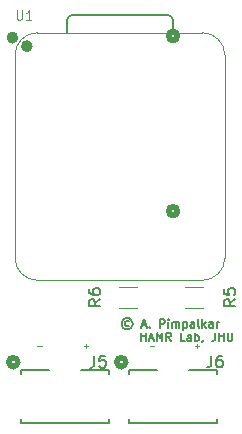
<source format=gbr>
%TF.GenerationSoftware,KiCad,Pcbnew,9.0.1*%
%TF.CreationDate,2025-06-09T01:02:34-04:00*%
%TF.ProjectId,Pneumatactors_1Xiao_PiezoPumps_2Valves,506e6575-6d61-4746-9163-746f72735f31,rev?*%
%TF.SameCoordinates,Original*%
%TF.FileFunction,Legend,Top*%
%TF.FilePolarity,Positive*%
%FSLAX46Y46*%
G04 Gerber Fmt 4.6, Leading zero omitted, Abs format (unit mm)*
G04 Created by KiCad (PCBNEW 9.0.1) date 2025-06-09 01:02:34*
%MOMM*%
%LPD*%
G01*
G04 APERTURE LIST*
%ADD10C,0.125000*%
%ADD11C,0.150000*%
%ADD12C,0.106680*%
%ADD13C,0.100000*%
%ADD14C,0.127000*%
%ADD15C,0.504000*%
%ADD16C,0.152400*%
%ADD17C,0.508000*%
%ADD18C,0.120000*%
G04 APERTURE END LIST*
D10*
X33210523Y-80298333D02*
X33591476Y-80298333D01*
X46545523Y-80298333D02*
X46926476Y-80298333D01*
X46735999Y-80488809D02*
X46735999Y-80107857D01*
X42735523Y-80298333D02*
X43116476Y-80298333D01*
X37147523Y-80298333D02*
X37528476Y-80298333D01*
X37337999Y-80488809D02*
X37337999Y-80107857D01*
D11*
X40964017Y-78213220D02*
X40897350Y-78179886D01*
X40897350Y-78179886D02*
X40764017Y-78179886D01*
X40764017Y-78179886D02*
X40697350Y-78213220D01*
X40697350Y-78213220D02*
X40630684Y-78279886D01*
X40630684Y-78279886D02*
X40597350Y-78346553D01*
X40597350Y-78346553D02*
X40597350Y-78479886D01*
X40597350Y-78479886D02*
X40630684Y-78546553D01*
X40630684Y-78546553D02*
X40697350Y-78613220D01*
X40697350Y-78613220D02*
X40764017Y-78646553D01*
X40764017Y-78646553D02*
X40897350Y-78646553D01*
X40897350Y-78646553D02*
X40964017Y-78613220D01*
X40830684Y-77946553D02*
X40664017Y-77979886D01*
X40664017Y-77979886D02*
X40497350Y-78079886D01*
X40497350Y-78079886D02*
X40397350Y-78246553D01*
X40397350Y-78246553D02*
X40364017Y-78413220D01*
X40364017Y-78413220D02*
X40397350Y-78579886D01*
X40397350Y-78579886D02*
X40497350Y-78746553D01*
X40497350Y-78746553D02*
X40664017Y-78846553D01*
X40664017Y-78846553D02*
X40830684Y-78879886D01*
X40830684Y-78879886D02*
X40997350Y-78846553D01*
X40997350Y-78846553D02*
X41164017Y-78746553D01*
X41164017Y-78746553D02*
X41264017Y-78579886D01*
X41264017Y-78579886D02*
X41297350Y-78413220D01*
X41297350Y-78413220D02*
X41264017Y-78246553D01*
X41264017Y-78246553D02*
X41164017Y-78079886D01*
X41164017Y-78079886D02*
X40997350Y-77979886D01*
X40997350Y-77979886D02*
X40830684Y-77946553D01*
X42097350Y-78546553D02*
X42430683Y-78546553D01*
X42030683Y-78746553D02*
X42264017Y-78046553D01*
X42264017Y-78046553D02*
X42497350Y-78746553D01*
X42730683Y-78679886D02*
X42764017Y-78713220D01*
X42764017Y-78713220D02*
X42730683Y-78746553D01*
X42730683Y-78746553D02*
X42697350Y-78713220D01*
X42697350Y-78713220D02*
X42730683Y-78679886D01*
X42730683Y-78679886D02*
X42730683Y-78746553D01*
X43597349Y-78746553D02*
X43597349Y-78046553D01*
X43597349Y-78046553D02*
X43864016Y-78046553D01*
X43864016Y-78046553D02*
X43930683Y-78079886D01*
X43930683Y-78079886D02*
X43964016Y-78113220D01*
X43964016Y-78113220D02*
X43997349Y-78179886D01*
X43997349Y-78179886D02*
X43997349Y-78279886D01*
X43997349Y-78279886D02*
X43964016Y-78346553D01*
X43964016Y-78346553D02*
X43930683Y-78379886D01*
X43930683Y-78379886D02*
X43864016Y-78413220D01*
X43864016Y-78413220D02*
X43597349Y-78413220D01*
X44297349Y-78746553D02*
X44297349Y-78279886D01*
X44297349Y-78046553D02*
X44264016Y-78079886D01*
X44264016Y-78079886D02*
X44297349Y-78113220D01*
X44297349Y-78113220D02*
X44330683Y-78079886D01*
X44330683Y-78079886D02*
X44297349Y-78046553D01*
X44297349Y-78046553D02*
X44297349Y-78113220D01*
X44630682Y-78746553D02*
X44630682Y-78279886D01*
X44630682Y-78346553D02*
X44664016Y-78313220D01*
X44664016Y-78313220D02*
X44730682Y-78279886D01*
X44730682Y-78279886D02*
X44830682Y-78279886D01*
X44830682Y-78279886D02*
X44897349Y-78313220D01*
X44897349Y-78313220D02*
X44930682Y-78379886D01*
X44930682Y-78379886D02*
X44930682Y-78746553D01*
X44930682Y-78379886D02*
X44964016Y-78313220D01*
X44964016Y-78313220D02*
X45030682Y-78279886D01*
X45030682Y-78279886D02*
X45130682Y-78279886D01*
X45130682Y-78279886D02*
X45197349Y-78313220D01*
X45197349Y-78313220D02*
X45230682Y-78379886D01*
X45230682Y-78379886D02*
X45230682Y-78746553D01*
X45564015Y-78279886D02*
X45564015Y-78979886D01*
X45564015Y-78313220D02*
X45630682Y-78279886D01*
X45630682Y-78279886D02*
X45764015Y-78279886D01*
X45764015Y-78279886D02*
X45830682Y-78313220D01*
X45830682Y-78313220D02*
X45864015Y-78346553D01*
X45864015Y-78346553D02*
X45897349Y-78413220D01*
X45897349Y-78413220D02*
X45897349Y-78613220D01*
X45897349Y-78613220D02*
X45864015Y-78679886D01*
X45864015Y-78679886D02*
X45830682Y-78713220D01*
X45830682Y-78713220D02*
X45764015Y-78746553D01*
X45764015Y-78746553D02*
X45630682Y-78746553D01*
X45630682Y-78746553D02*
X45564015Y-78713220D01*
X46497348Y-78746553D02*
X46497348Y-78379886D01*
X46497348Y-78379886D02*
X46464015Y-78313220D01*
X46464015Y-78313220D02*
X46397348Y-78279886D01*
X46397348Y-78279886D02*
X46264015Y-78279886D01*
X46264015Y-78279886D02*
X46197348Y-78313220D01*
X46497348Y-78713220D02*
X46430682Y-78746553D01*
X46430682Y-78746553D02*
X46264015Y-78746553D01*
X46264015Y-78746553D02*
X46197348Y-78713220D01*
X46197348Y-78713220D02*
X46164015Y-78646553D01*
X46164015Y-78646553D02*
X46164015Y-78579886D01*
X46164015Y-78579886D02*
X46197348Y-78513220D01*
X46197348Y-78513220D02*
X46264015Y-78479886D01*
X46264015Y-78479886D02*
X46430682Y-78479886D01*
X46430682Y-78479886D02*
X46497348Y-78446553D01*
X46930681Y-78746553D02*
X46864015Y-78713220D01*
X46864015Y-78713220D02*
X46830681Y-78646553D01*
X46830681Y-78646553D02*
X46830681Y-78046553D01*
X47197348Y-78746553D02*
X47197348Y-78046553D01*
X47264015Y-78479886D02*
X47464015Y-78746553D01*
X47464015Y-78279886D02*
X47197348Y-78546553D01*
X48064015Y-78746553D02*
X48064015Y-78379886D01*
X48064015Y-78379886D02*
X48030682Y-78313220D01*
X48030682Y-78313220D02*
X47964015Y-78279886D01*
X47964015Y-78279886D02*
X47830682Y-78279886D01*
X47830682Y-78279886D02*
X47764015Y-78313220D01*
X48064015Y-78713220D02*
X47997349Y-78746553D01*
X47997349Y-78746553D02*
X47830682Y-78746553D01*
X47830682Y-78746553D02*
X47764015Y-78713220D01*
X47764015Y-78713220D02*
X47730682Y-78646553D01*
X47730682Y-78646553D02*
X47730682Y-78579886D01*
X47730682Y-78579886D02*
X47764015Y-78513220D01*
X47764015Y-78513220D02*
X47830682Y-78479886D01*
X47830682Y-78479886D02*
X47997349Y-78479886D01*
X47997349Y-78479886D02*
X48064015Y-78446553D01*
X48397348Y-78746553D02*
X48397348Y-78279886D01*
X48397348Y-78413220D02*
X48430682Y-78346553D01*
X48430682Y-78346553D02*
X48464015Y-78313220D01*
X48464015Y-78313220D02*
X48530682Y-78279886D01*
X48530682Y-78279886D02*
X48597348Y-78279886D01*
X41997349Y-79873514D02*
X41997349Y-79173514D01*
X41997349Y-79506847D02*
X42397349Y-79506847D01*
X42397349Y-79873514D02*
X42397349Y-79173514D01*
X42697349Y-79673514D02*
X43030682Y-79673514D01*
X42630682Y-79873514D02*
X42864016Y-79173514D01*
X42864016Y-79173514D02*
X43097349Y-79873514D01*
X43330682Y-79873514D02*
X43330682Y-79173514D01*
X43330682Y-79173514D02*
X43564016Y-79673514D01*
X43564016Y-79673514D02*
X43797349Y-79173514D01*
X43797349Y-79173514D02*
X43797349Y-79873514D01*
X44530682Y-79873514D02*
X44297349Y-79540181D01*
X44130682Y-79873514D02*
X44130682Y-79173514D01*
X44130682Y-79173514D02*
X44397349Y-79173514D01*
X44397349Y-79173514D02*
X44464016Y-79206847D01*
X44464016Y-79206847D02*
X44497349Y-79240181D01*
X44497349Y-79240181D02*
X44530682Y-79306847D01*
X44530682Y-79306847D02*
X44530682Y-79406847D01*
X44530682Y-79406847D02*
X44497349Y-79473514D01*
X44497349Y-79473514D02*
X44464016Y-79506847D01*
X44464016Y-79506847D02*
X44397349Y-79540181D01*
X44397349Y-79540181D02*
X44130682Y-79540181D01*
X45697349Y-79873514D02*
X45364015Y-79873514D01*
X45364015Y-79873514D02*
X45364015Y-79173514D01*
X46230682Y-79873514D02*
X46230682Y-79506847D01*
X46230682Y-79506847D02*
X46197349Y-79440181D01*
X46197349Y-79440181D02*
X46130682Y-79406847D01*
X46130682Y-79406847D02*
X45997349Y-79406847D01*
X45997349Y-79406847D02*
X45930682Y-79440181D01*
X46230682Y-79840181D02*
X46164016Y-79873514D01*
X46164016Y-79873514D02*
X45997349Y-79873514D01*
X45997349Y-79873514D02*
X45930682Y-79840181D01*
X45930682Y-79840181D02*
X45897349Y-79773514D01*
X45897349Y-79773514D02*
X45897349Y-79706847D01*
X45897349Y-79706847D02*
X45930682Y-79640181D01*
X45930682Y-79640181D02*
X45997349Y-79606847D01*
X45997349Y-79606847D02*
X46164016Y-79606847D01*
X46164016Y-79606847D02*
X46230682Y-79573514D01*
X46564015Y-79873514D02*
X46564015Y-79173514D01*
X46564015Y-79440181D02*
X46630682Y-79406847D01*
X46630682Y-79406847D02*
X46764015Y-79406847D01*
X46764015Y-79406847D02*
X46830682Y-79440181D01*
X46830682Y-79440181D02*
X46864015Y-79473514D01*
X46864015Y-79473514D02*
X46897349Y-79540181D01*
X46897349Y-79540181D02*
X46897349Y-79740181D01*
X46897349Y-79740181D02*
X46864015Y-79806847D01*
X46864015Y-79806847D02*
X46830682Y-79840181D01*
X46830682Y-79840181D02*
X46764015Y-79873514D01*
X46764015Y-79873514D02*
X46630682Y-79873514D01*
X46630682Y-79873514D02*
X46564015Y-79840181D01*
X47230682Y-79840181D02*
X47230682Y-79873514D01*
X47230682Y-79873514D02*
X47197348Y-79940181D01*
X47197348Y-79940181D02*
X47164015Y-79973514D01*
X48264014Y-79173514D02*
X48264014Y-79673514D01*
X48264014Y-79673514D02*
X48230681Y-79773514D01*
X48230681Y-79773514D02*
X48164014Y-79840181D01*
X48164014Y-79840181D02*
X48064014Y-79873514D01*
X48064014Y-79873514D02*
X47997348Y-79873514D01*
X48597347Y-79873514D02*
X48597347Y-79173514D01*
X48597347Y-79506847D02*
X48997347Y-79506847D01*
X48997347Y-79873514D02*
X48997347Y-79173514D01*
X49330680Y-79173514D02*
X49330680Y-79740181D01*
X49330680Y-79740181D02*
X49364014Y-79806847D01*
X49364014Y-79806847D02*
X49397347Y-79840181D01*
X49397347Y-79840181D02*
X49464014Y-79873514D01*
X49464014Y-79873514D02*
X49597347Y-79873514D01*
X49597347Y-79873514D02*
X49664014Y-79840181D01*
X49664014Y-79840181D02*
X49697347Y-79806847D01*
X49697347Y-79806847D02*
X49730680Y-79740181D01*
X49730680Y-79740181D02*
X49730680Y-79173514D01*
D12*
X31469314Y-51894891D02*
X31469314Y-52528198D01*
X31469314Y-52528198D02*
X31506568Y-52602704D01*
X31506568Y-52602704D02*
X31543821Y-52639958D01*
X31543821Y-52639958D02*
X31618328Y-52677211D01*
X31618328Y-52677211D02*
X31767341Y-52677211D01*
X31767341Y-52677211D02*
X31841848Y-52639958D01*
X31841848Y-52639958D02*
X31879101Y-52602704D01*
X31879101Y-52602704D02*
X31916354Y-52528198D01*
X31916354Y-52528198D02*
X31916354Y-51894891D01*
X32698674Y-52677211D02*
X32251634Y-52677211D01*
X32475154Y-52677211D02*
X32475154Y-51894891D01*
X32475154Y-51894891D02*
X32400647Y-52006651D01*
X32400647Y-52006651D02*
X32326141Y-52081158D01*
X32326141Y-52081158D02*
X32251634Y-52118411D01*
D11*
X38020666Y-81136820D02*
X38020666Y-81851105D01*
X38020666Y-81851105D02*
X37973047Y-81993962D01*
X37973047Y-81993962D02*
X37877809Y-82089201D01*
X37877809Y-82089201D02*
X37734952Y-82136820D01*
X37734952Y-82136820D02*
X37639714Y-82136820D01*
X38973047Y-81136820D02*
X38496857Y-81136820D01*
X38496857Y-81136820D02*
X38449238Y-81613010D01*
X38449238Y-81613010D02*
X38496857Y-81565391D01*
X38496857Y-81565391D02*
X38592095Y-81517772D01*
X38592095Y-81517772D02*
X38830190Y-81517772D01*
X38830190Y-81517772D02*
X38925428Y-81565391D01*
X38925428Y-81565391D02*
X38973047Y-81613010D01*
X38973047Y-81613010D02*
X39020666Y-81708248D01*
X39020666Y-81708248D02*
X39020666Y-81946343D01*
X39020666Y-81946343D02*
X38973047Y-82041581D01*
X38973047Y-82041581D02*
X38925428Y-82089201D01*
X38925428Y-82089201D02*
X38830190Y-82136820D01*
X38830190Y-82136820D02*
X38592095Y-82136820D01*
X38592095Y-82136820D02*
X38496857Y-82089201D01*
X38496857Y-82089201D02*
X38449238Y-82041581D01*
X49984819Y-76366666D02*
X49508628Y-76699999D01*
X49984819Y-76938094D02*
X48984819Y-76938094D01*
X48984819Y-76938094D02*
X48984819Y-76557142D01*
X48984819Y-76557142D02*
X49032438Y-76461904D01*
X49032438Y-76461904D02*
X49080057Y-76414285D01*
X49080057Y-76414285D02*
X49175295Y-76366666D01*
X49175295Y-76366666D02*
X49318152Y-76366666D01*
X49318152Y-76366666D02*
X49413390Y-76414285D01*
X49413390Y-76414285D02*
X49461009Y-76461904D01*
X49461009Y-76461904D02*
X49508628Y-76557142D01*
X49508628Y-76557142D02*
X49508628Y-76938094D01*
X48984819Y-75461904D02*
X48984819Y-75938094D01*
X48984819Y-75938094D02*
X49461009Y-75985713D01*
X49461009Y-75985713D02*
X49413390Y-75938094D01*
X49413390Y-75938094D02*
X49365771Y-75842856D01*
X49365771Y-75842856D02*
X49365771Y-75604761D01*
X49365771Y-75604761D02*
X49413390Y-75509523D01*
X49413390Y-75509523D02*
X49461009Y-75461904D01*
X49461009Y-75461904D02*
X49556247Y-75414285D01*
X49556247Y-75414285D02*
X49794342Y-75414285D01*
X49794342Y-75414285D02*
X49889580Y-75461904D01*
X49889580Y-75461904D02*
X49937200Y-75509523D01*
X49937200Y-75509523D02*
X49984819Y-75604761D01*
X49984819Y-75604761D02*
X49984819Y-75842856D01*
X49984819Y-75842856D02*
X49937200Y-75938094D01*
X49937200Y-75938094D02*
X49889580Y-75985713D01*
X38554819Y-76366666D02*
X38078628Y-76699999D01*
X38554819Y-76938094D02*
X37554819Y-76938094D01*
X37554819Y-76938094D02*
X37554819Y-76557142D01*
X37554819Y-76557142D02*
X37602438Y-76461904D01*
X37602438Y-76461904D02*
X37650057Y-76414285D01*
X37650057Y-76414285D02*
X37745295Y-76366666D01*
X37745295Y-76366666D02*
X37888152Y-76366666D01*
X37888152Y-76366666D02*
X37983390Y-76414285D01*
X37983390Y-76414285D02*
X38031009Y-76461904D01*
X38031009Y-76461904D02*
X38078628Y-76557142D01*
X38078628Y-76557142D02*
X38078628Y-76938094D01*
X37554819Y-75509523D02*
X37554819Y-75699999D01*
X37554819Y-75699999D02*
X37602438Y-75795237D01*
X37602438Y-75795237D02*
X37650057Y-75842856D01*
X37650057Y-75842856D02*
X37792914Y-75938094D01*
X37792914Y-75938094D02*
X37983390Y-75985713D01*
X37983390Y-75985713D02*
X38364342Y-75985713D01*
X38364342Y-75985713D02*
X38459580Y-75938094D01*
X38459580Y-75938094D02*
X38507200Y-75890475D01*
X38507200Y-75890475D02*
X38554819Y-75795237D01*
X38554819Y-75795237D02*
X38554819Y-75604761D01*
X38554819Y-75604761D02*
X38507200Y-75509523D01*
X38507200Y-75509523D02*
X38459580Y-75461904D01*
X38459580Y-75461904D02*
X38364342Y-75414285D01*
X38364342Y-75414285D02*
X38126247Y-75414285D01*
X38126247Y-75414285D02*
X38031009Y-75461904D01*
X38031009Y-75461904D02*
X37983390Y-75509523D01*
X37983390Y-75509523D02*
X37935771Y-75604761D01*
X37935771Y-75604761D02*
X37935771Y-75795237D01*
X37935771Y-75795237D02*
X37983390Y-75890475D01*
X37983390Y-75890475D02*
X38031009Y-75938094D01*
X38031009Y-75938094D02*
X38126247Y-75985713D01*
X47926666Y-81120320D02*
X47926666Y-81834605D01*
X47926666Y-81834605D02*
X47879047Y-81977462D01*
X47879047Y-81977462D02*
X47783809Y-82072701D01*
X47783809Y-82072701D02*
X47640952Y-82120320D01*
X47640952Y-82120320D02*
X47545714Y-82120320D01*
X48831428Y-81120320D02*
X48640952Y-81120320D01*
X48640952Y-81120320D02*
X48545714Y-81167939D01*
X48545714Y-81167939D02*
X48498095Y-81215558D01*
X48498095Y-81215558D02*
X48402857Y-81358415D01*
X48402857Y-81358415D02*
X48355238Y-81548891D01*
X48355238Y-81548891D02*
X48355238Y-81929843D01*
X48355238Y-81929843D02*
X48402857Y-82025081D01*
X48402857Y-82025081D02*
X48450476Y-82072701D01*
X48450476Y-82072701D02*
X48545714Y-82120320D01*
X48545714Y-82120320D02*
X48736190Y-82120320D01*
X48736190Y-82120320D02*
X48831428Y-82072701D01*
X48831428Y-82072701D02*
X48879047Y-82025081D01*
X48879047Y-82025081D02*
X48926666Y-81929843D01*
X48926666Y-81929843D02*
X48926666Y-81691748D01*
X48926666Y-81691748D02*
X48879047Y-81596510D01*
X48879047Y-81596510D02*
X48831428Y-81548891D01*
X48831428Y-81548891D02*
X48736190Y-81501272D01*
X48736190Y-81501272D02*
X48545714Y-81501272D01*
X48545714Y-81501272D02*
X48450476Y-81548891D01*
X48450476Y-81548891D02*
X48402857Y-81596510D01*
X48402857Y-81596510D02*
X48355238Y-81691748D01*
D13*
%TO.C,U1*%
X31316500Y-72838500D02*
X31316500Y-55693500D01*
X33221500Y-74743500D02*
X47191500Y-74743500D01*
D14*
X35711500Y-53788500D02*
X35715228Y-52778228D01*
X36215228Y-52278500D02*
X44210500Y-52278500D01*
X44710500Y-52778500D02*
X44710500Y-53788500D01*
D13*
X47191500Y-53788500D02*
X33221500Y-53788500D01*
X49096500Y-72838500D02*
X49096500Y-55693500D01*
X31316500Y-55689500D02*
G75*
G02*
X33221500Y-53784500I1905001J-1D01*
G01*
X33221500Y-74743500D02*
G75*
G02*
X31316500Y-72838500I1J1905001D01*
G01*
D14*
X35715228Y-52778228D02*
G75*
G02*
X36215228Y-52278501I500018J-291D01*
G01*
X44210500Y-52278500D02*
G75*
G02*
X44710494Y-52778500I-6J-500000D01*
G01*
D13*
X47191500Y-53788500D02*
G75*
G02*
X49096494Y-55693500I-6J-1905000D01*
G01*
X49096500Y-72838500D02*
G75*
G02*
X47191500Y-74743506I-1905006J0D01*
G01*
D15*
X31358500Y-54204500D02*
G75*
G02*
X30854500Y-54204500I-252000J0D01*
G01*
X30854500Y-54204500D02*
G75*
G02*
X31358500Y-54204500I252000J0D01*
G01*
X32575500Y-54927500D02*
G75*
G02*
X32071500Y-54927500I-252000J0D01*
G01*
X32071500Y-54927500D02*
G75*
G02*
X32575500Y-54927500I252000J0D01*
G01*
D16*
%TO.C,J5*%
X31813500Y-82364001D02*
X31813500Y-82699860D01*
X31813500Y-86464140D02*
X31813500Y-86809001D01*
X31813500Y-86809001D02*
X39306500Y-86809001D01*
X34195860Y-82364001D02*
X31813500Y-82364001D01*
X39306500Y-82364001D02*
X36924140Y-82364001D01*
X39306500Y-82699860D02*
X39306500Y-82364001D01*
X39306500Y-86809001D02*
X39306500Y-86464140D01*
D17*
X31559500Y-81682001D02*
G75*
G02*
X30797500Y-81682001I-381000J0D01*
G01*
X30797500Y-81682001D02*
G75*
G02*
X31559500Y-81682001I381000J0D01*
G01*
D18*
%TO.C,R5*%
X45754936Y-75290000D02*
X47209064Y-75290000D01*
X45754936Y-77110000D02*
X47209064Y-77110000D01*
%TO.C,R6*%
X40166936Y-75290000D02*
X41621064Y-75290000D01*
X40166936Y-77110000D02*
X41621064Y-77110000D01*
D16*
%TO.C,J6*%
X40957500Y-82364001D02*
X40957500Y-82699860D01*
X40957500Y-86464140D02*
X40957500Y-86809001D01*
X40957500Y-86809001D02*
X48450500Y-86809001D01*
X43339860Y-82364001D02*
X40957500Y-82364001D01*
X48450500Y-82364001D02*
X46068140Y-82364001D01*
X48450500Y-82699860D02*
X48450500Y-82364001D01*
X48450500Y-86809001D02*
X48450500Y-86464140D01*
D17*
X40703500Y-81682001D02*
G75*
G02*
X39941500Y-81682001I-381000J0D01*
G01*
X39941500Y-81682001D02*
G75*
G02*
X40703500Y-81682001I381000J0D01*
G01*
%TO.C,J1*%
X45085000Y-68892900D02*
G75*
G02*
X44323000Y-68892900I-381000J0D01*
G01*
X44323000Y-68892900D02*
G75*
G02*
X45085000Y-68892900I381000J0D01*
G01*
%TO.C,J2*%
X45085000Y-54063900D02*
G75*
G02*
X44323000Y-54063900I-381000J0D01*
G01*
X44323000Y-54063900D02*
G75*
G02*
X45085000Y-54063900I381000J0D01*
G01*
%TD*%
M02*

</source>
